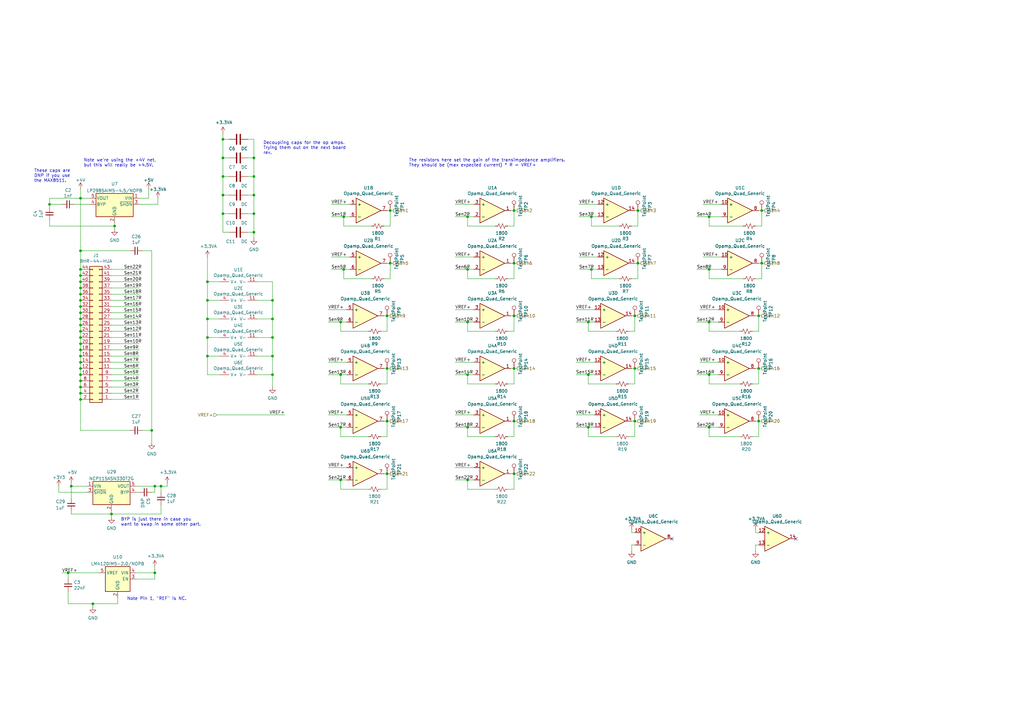
<source format=kicad_sch>
(kicad_sch (version 20211123) (generator eeschema)
  (paper "A3")
  (lib_symbols
    (symbol "Connector:TestPoint" (pin_numbers hide) (pin_names (offset 0.762) hide)
      (property "Reference" "TP" (at 0 6.858 0))
      (property "Value" "TestPoint" (at 0 5.08 0))
      (symbol "TestPoint_1_1"
        (pin passive line (at 0 0 90) (length 2.54) (name "1") (number "1"))
      )
    )
    (symbol "Connector_Generic:Conn_02x22_Odd_Even" (pin_names (offset 1.016) hide)
      (property "Reference" "J" (at 1.27 27.94 0))
      (property "Value" "Conn_02x22_Odd_Even" (at 1.27 -30.48 0))
      (symbol "Conn_02x22_Odd_Even_1_1"
        (pin passive line (at -5.08 25.4 0) (length 3.81) (name "Pin_1") (number "1"))
        (pin passive line (at 7.62 15.24 180) (length 3.81) (name "Pin_10") (number "10"))
        (pin passive line (at -5.08 12.7 0) (length 3.81) (name "Pin_11") (number "11"))
        (pin passive line (at 7.62 12.7 180) (length 3.81) (name "Pin_12") (number "12"))
        (pin passive line (at -5.08 10.16 0) (length 3.81) (name "Pin_13") (number "13"))
        (pin passive line (at 7.62 10.16 180) (length 3.81) (name "Pin_14") (number "14"))
        (pin passive line (at -5.08 7.62 0) (length 3.81) (name "Pin_15") (number "15"))
        (pin passive line (at 7.62 7.62 180) (length 3.81) (name "Pin_16") (number "16"))
        (pin passive line (at -5.08 5.08 0) (length 3.81) (name "Pin_17") (number "17"))
        (pin passive line (at 7.62 5.08 180) (length 3.81) (name "Pin_18") (number "18"))
        (pin passive line (at -5.08 2.54 0) (length 3.81) (name "Pin_19") (number "19"))
        (pin passive line (at 7.62 25.4 180) (length 3.81) (name "Pin_2") (number "2"))
        (pin passive line (at 7.62 2.54 180) (length 3.81) (name "Pin_20") (number "20"))
        (pin passive line (at -5.08 0 0) (length 3.81) (name "Pin_21") (number "21"))
        (pin passive line (at 7.62 0 180) (length 3.81) (name "Pin_22") (number "22"))
        (pin passive line (at -5.08 -2.54 0) (length 3.81) (name "Pin_23") (number "23"))
        (pin passive line (at 7.62 -2.54 180) (length 3.81) (name "Pin_24") (number "24"))
        (pin passive line (at -5.08 -5.08 0) (length 3.81) (name "Pin_25") (number "25"))
        (pin passive line (at 7.62 -5.08 180) (length 3.81) (name "Pin_26") (number "26"))
        (pin passive line (at -5.08 -7.62 0) (length 3.81) (name "Pin_27") (number "27"))
        (pin passive line (at 7.62 -7.62 180) (length 3.81) (name "Pin_28") (number "28"))
        (pin passive line (at -5.08 -10.16 0) (length 3.81) (name "Pin_29") (number "29"))
        (pin passive line (at -5.08 22.86 0) (length 3.81) (name "Pin_3") (number "3"))
        (pin passive line (at 7.62 -10.16 180) (length 3.81) (name "Pin_30") (number "30"))
        (pin passive line (at -5.08 -12.7 0) (length 3.81) (name "Pin_31") (number "31"))
        (pin passive line (at 7.62 -12.7 180) (length 3.81) (name "Pin_32") (number "32"))
        (pin passive line (at -5.08 -15.24 0) (length 3.81) (name "Pin_33") (number "33"))
        (pin passive line (at 7.62 -15.24 180) (length 3.81) (name "Pin_34") (number "34"))
        (pin passive line (at -5.08 -17.78 0) (length 3.81) (name "Pin_35") (number "35"))
        (pin passive line (at 7.62 -17.78 180) (length 3.81) (name "Pin_36") (number "36"))
        (pin passive line (at -5.08 -20.32 0) (length 3.81) (name "Pin_37") (number "37"))
        (pin passive line (at 7.62 -20.32 180) (length 3.81) (name "Pin_38") (number "38"))
        (pin passive line (at -5.08 -22.86 0) (length 3.81) (name "Pin_39") (number "39"))
        (pin passive line (at 7.62 22.86 180) (length 3.81) (name "Pin_4") (number "4"))
        (pin passive line (at 7.62 -22.86 180) (length 3.81) (name "Pin_40") (number "40"))
        (pin passive line (at -5.08 -25.4 0) (length 3.81) (name "Pin_41") (number "41"))
        (pin passive line (at 7.62 -25.4 180) (length 3.81) (name "Pin_42") (number "42"))
        (pin passive line (at -5.08 -27.94 0) (length 3.81) (name "Pin_43") (number "43"))
        (pin passive line (at 7.62 -27.94 180) (length 3.81) (name "Pin_44") (number "44"))
        (pin passive line (at -5.08 20.32 0) (length 3.81) (name "Pin_5") (number "5"))
        (pin passive line (at 7.62 20.32 180) (length 3.81) (name "Pin_6") (number "6"))
        (pin passive line (at -5.08 17.78 0) (length 3.81) (name "Pin_7") (number "7"))
        (pin passive line (at 7.62 17.78 180) (length 3.81) (name "Pin_8") (number "8"))
        (pin passive line (at -5.08 15.24 0) (length 3.81) (name "Pin_9") (number "9"))
      )
    )
    (symbol "Device:C" (pin_numbers hide) (pin_names (offset 0.254))
      (property "Reference" "C" (at 0.635 2.54 0))
      (property "Value" "C" (at 0.635 -2.54 0))
      (symbol "C_1_1"
        (pin passive line (at 0 3.81 270) (length 2.794) (name "~") (number "1"))
        (pin passive line (at 0 -3.81 90) (length 2.794) (name "~") (number "2"))
      )
    )
    (symbol "Device:C_Small" (pin_numbers hide) (pin_names (offset 0.254) hide)
      (property "Reference" "C" (at 0.254 1.778 0))
      (property "Value" "C_Small" (at 0.254 -2.032 0))
      (symbol "C_Small_1_1"
        (pin passive line (at 0 2.54 270) (length 2.032) (name "~") (number "1"))
        (pin passive line (at 0 -2.54 90) (length 2.032) (name "~") (number "2"))
      )
    )
    (symbol "Device:Opamp_Quad"
      (property "Reference" "U" (at 0 5.08 0))
      (property "Value" "Opamp_Quad" (at 0 -5.08 0))
      (symbol "Opamp_Quad_1_1"
        (pin output line (at 7.62 0 180) (length 2.54) (name "~") (number "1"))
        (pin input line (at -7.62 -2.54 0) (length 2.54) (name "-") (number "2"))
        (pin input line (at -7.62 2.54 0) (length 2.54) (name "+") (number "3"))
      )
      (symbol "Opamp_Quad_2_1"
        (pin input line (at -7.62 2.54 0) (length 2.54) (name "+") (number "5"))
        (pin input line (at -7.62 -2.54 0) (length 2.54) (name "-") (number "6"))
        (pin output line (at 7.62 0 180) (length 2.54) (name "~") (number "7"))
      )
      (symbol "Opamp_Quad_3_1"
        (pin input line (at -7.62 2.54 0) (length 2.54) (name "+") (number "10"))
        (pin output line (at 7.62 0 180) (length 2.54) (name "~") (number "8"))
        (pin input line (at -7.62 -2.54 0) (length 2.54) (name "-") (number "9"))
      )
      (symbol "Opamp_Quad_4_1"
        (pin input line (at -7.62 2.54 0) (length 2.54) (name "+") (number "12"))
        (pin input line (at -7.62 -2.54 0) (length 2.54) (name "-") (number "13"))
        (pin output line (at 7.62 0 180) (length 2.54) (name "~") (number "14"))
      )
      (symbol "Opamp_Quad_5_1"
        (pin power_in line (at -2.54 -7.62 90) (length 3.81) (name "V-") (number "11"))
        (pin power_in line (at -2.54 7.62 270) (length 3.81) (name "V+") (number "4"))
      )
    )
    (symbol "Device:R_Small_US" (pin_numbers hide) (pin_names (offset 0.254) hide)
      (property "Reference" "R" (at 0.762 0.508 0))
      (property "Value" "R_Small_US" (at 0.762 -1.016 0))
      (symbol "R_Small_US_1_1"
        (pin passive line (at 0 2.54 270) (length 1.016) (name "~") (number "1"))
        (pin passive line (at 0 -2.54 90) (length 1.016) (name "~") (number "2"))
      )
    )
    (symbol "Reference_Voltage:LM4128"
      (property "Reference" "U" (at -5.08 6.35 0))
      (property "Value" "LM4128" (at 0 6.35 0))
      (symbol "LM4128_1_1"
        (pin no_connect line (at 5.08 0 180) (length 2.54) hide (name "NC") (number "1"))
        (pin power_in line (at 0 -7.62 90) (length 2.54) (name "GND") (number "2"))
        (pin input line (at -7.62 0 0) (length 2.54) (name "EN") (number "3"))
        (pin power_in line (at -7.62 2.54 0) (length 2.54) (name "VIN") (number "4"))
        (pin power_out line (at 7.62 2.54 180) (length 2.54) (name "VREF") (number "5"))
      )
    )
    (symbol "Regulator_Linear:APE8865U5-12-HF-3" (pin_names (offset 0.254))
      (property "Reference" "U" (at -6.35 5.715 0))
      (property "Value" "APE8865U5-12-HF-3" (at -3.175 5.715 0))
      (symbol "APE8865U5-12-HF-3_1_1"
        (pin power_in line (at -10.16 2.54 0) (length 2.54) (name "VIN") (number "1"))
        (pin power_in line (at 0 -7.62 90) (length 2.54) (name "GND") (number "2"))
        (pin input line (at -10.16 0 0) (length 2.54) (name "~{SHDN}") (number "3"))
        (pin input line (at 10.16 0 180) (length 2.54) (name "BYP") (number "4"))
        (pin power_out line (at 10.16 2.54 180) (length 2.54) (name "VOUT") (number "5"))
      )
    )
    (symbol "power:+3.3V" (power) (pin_names (offset 0))
      (property "Value" "+3.3V" (at 0 3.556 0))
      (symbol "+3.3V_1_1"
        (pin power_in line (at 0 0 90) (length 0) hide (name "+3V3") (number "1"))
      )
    )
    (symbol "power:+3.3VA" (power) (pin_names (offset 0))
      (property "Value" "+3.3VA" (at 0 3.556 0))
      (symbol "+3.3VA_1_1"
        (pin power_in line (at 0 0 90) (length 0) hide (name "+3.3VA") (number "1"))
      )
    )
    (symbol "power:+4V" (power) (pin_names (offset 0))
      (property "Value" "+4V" (at 0 3.556 0))
      (symbol "+4V_1_1"
        (pin power_in line (at 0 0 90) (length 0) hide (name "+4V") (number "1"))
      )
    )
    (symbol "power:+5V" (power) (pin_names (offset 0))
      (property "Value" "+5V" (at 0 3.556 0))
      (symbol "+5V_1_1"
        (pin power_in line (at 0 0 90) (length 0) hide (name "+5V") (number "1"))
      )
    )
    (symbol "power:GND" (power) (pin_names (offset 0))
      (property "Value" "GND" (at 0 -3.81 0))
      (symbol "GND_1_1"
        (pin power_in line (at 0 0 270) (length 0) hide (name "GND") (number "1"))
      )
    )
  )
  (junction (at 91.44 87.63))
  (junction (at 33.02 115.57))
  (junction (at 160.02 86.36))
  (junction (at 91.44 80.01))
  (junction (at 260.35 151.13))
  (junction (at 191.77 153.67))
  (junction (at 33.02 146.05))
  (junction (at 33.02 81.28))
  (junction (at 158.75 151.13))
  (junction (at 261.62 107.95))
  (junction (at 242.57 88.9))
  (junction (at 33.02 151.13))
  (junction (at 139.7 132.08))
  (junction (at 27.94 234.95))
  (junction (at 91.44 72.39))
  (junction (at 33.02 130.81))
  (junction (at 290.83 88.9))
  (junction (at 111.76 146.05))
  (junction (at 191.77 132.08))
  (junction (at 139.7 196.85))
  (junction (at 33.02 153.67))
  (junction (at 140.97 88.9))
  (junction (at 210.82 107.95))
  (junction (at 290.83 175.26))
  (junction (at 210.82 129.54))
  (junction (at 210.82 151.13))
  (junction (at 33.02 125.73))
  (junction (at 290.83 110.49))
  (junction (at 33.02 110.49))
  (junction (at 33.02 118.11))
  (junction (at 260.35 172.72))
  (junction (at 45.72 210.82))
  (junction (at 191.77 175.26))
  (junction (at 139.7 175.26))
  (junction (at 290.83 132.08))
  (junction (at 104.14 95.25))
  (junction (at 140.97 110.49))
  (junction (at 33.02 138.43))
  (junction (at 139.7 153.67))
  (junction (at 85.09 130.81))
  (junction (at 241.3 175.26))
  (junction (at 104.14 72.39))
  (junction (at 33.02 156.21))
  (junction (at 191.77 88.9))
  (junction (at 158.75 194.31))
  (junction (at 242.57 110.49))
  (junction (at 158.75 172.72))
  (junction (at 66.04 199.39))
  (junction (at 29.21 199.39))
  (junction (at 111.76 153.67))
  (junction (at 33.02 123.19))
  (junction (at 33.02 161.29))
  (junction (at 85.09 115.57))
  (junction (at 20.32 83.82))
  (junction (at 33.02 140.97))
  (junction (at 191.77 196.85))
  (junction (at 111.76 138.43))
  (junction (at 191.77 110.49))
  (junction (at 91.44 64.77))
  (junction (at 241.3 153.67))
  (junction (at 62.23 176.53))
  (junction (at 33.02 128.27))
  (junction (at 91.44 57.15))
  (junction (at 85.09 123.19))
  (junction (at 311.15 151.13))
  (junction (at 63.5 234.95))
  (junction (at 33.02 120.65))
  (junction (at 85.09 146.05))
  (junction (at 311.15 172.72))
  (junction (at 210.82 172.72))
  (junction (at 261.62 86.36))
  (junction (at 33.02 163.83))
  (junction (at 241.3 132.08))
  (junction (at 104.14 80.01))
  (junction (at 210.82 86.36))
  (junction (at 104.14 87.63))
  (junction (at 33.02 158.75))
  (junction (at 111.76 130.81))
  (junction (at 312.42 107.95))
  (junction (at 111.76 123.19))
  (junction (at 312.42 86.36))
  (junction (at 33.02 148.59))
  (junction (at 33.02 102.87))
  (junction (at 63.5 199.39))
  (junction (at 33.02 135.89))
  (junction (at 290.83 153.67))
  (junction (at 210.82 194.31))
  (junction (at 33.02 113.03))
  (junction (at 104.14 64.77))
  (junction (at 311.15 129.54))
  (junction (at 33.02 133.35))
  (junction (at 38.1 247.65))
  (junction (at 46.99 92.71))
  (junction (at 160.02 107.95))
  (junction (at 85.09 138.43))
  (junction (at 158.75 129.54))
  (junction (at 33.02 143.51))
  (junction (at 260.35 129.54))
  (no_connect (at 275.59 220.98))
  (no_connect (at 326.39 220.98))
  (wire (pts (xy 90.17 123.19) (xy 85.09 123.19)))
  (wire (pts (xy 45.72 120.65) (xy 57.15 120.65)))
  (wire (pts (xy 241.3 132.08) (xy 241.3 135.89)))
  (wire (pts (xy 290.83 175.26) (xy 294.64 175.26)))
  (wire (pts (xy 312.42 107.95) (xy 312.42 114.3)))
  (wire (pts (xy 142.24 153.67) (xy 139.7 153.67)))
  (wire (pts (xy 33.02 123.19) (xy 33.02 120.65)))
  (wire (pts (xy 208.28 179.07) (xy 210.82 179.07)))
  (wire (pts (xy 139.7 196.85) (xy 139.7 200.66)))
  (wire (pts (xy 45.72 210.82) (xy 45.72 209.55)))
  (wire (pts (xy 208.28 114.3) (xy 210.82 114.3)))
  (wire (pts (xy 191.77 114.3) (xy 203.2 114.3)))
  (wire (pts (xy 210.82 86.36) (xy 209.55 86.36)))
  (wire (pts (xy 156.21 157.48) (xy 158.75 157.48)))
  (wire (pts (xy 88.9 170.18) (xy 116.84 170.18)))
  (wire (pts (xy 104.14 57.15) (xy 101.6 57.15)))
  (wire (pts (xy 311.15 157.48) (xy 308.61 157.48)))
  (wire (pts (xy 33.02 102.87) (xy 53.34 102.87)))
  (wire (pts (xy 105.41 115.57) (xy 111.76 115.57)))
  (wire (pts (xy 257.81 157.48) (xy 260.35 157.48)))
  (wire (pts (xy 57.15 138.43) (xy 45.72 138.43)))
  (wire (pts (xy 261.62 107.95) (xy 261.62 114.3)))
  (wire (pts (xy 57.15 123.19) (xy 45.72 123.19)))
  (wire (pts (xy 101.6 72.39) (xy 104.14 72.39)))
  (wire (pts (xy 20.32 81.28) (xy 20.32 83.82)))
  (wire (pts (xy 55.88 201.93) (xy 57.15 201.93)))
  (wire (pts (xy 311.15 129.54) (xy 309.88 129.54)))
  (wire (pts (xy 27.94 237.49) (xy 27.94 234.95)))
  (wire (pts (xy 33.02 81.28) (xy 20.32 81.28)))
  (wire (pts (xy 33.02 153.67) (xy 33.02 151.13)))
  (wire (pts (xy 46.99 93.98) (xy 46.99 92.71)))
  (wire (pts (xy 58.42 176.53) (xy 62.23 176.53)))
  (wire (pts (xy 260.35 157.48) (xy 260.35 151.13)))
  (wire (pts (xy 259.08 218.44) (xy 259.08 217.17)))
  (wire (pts (xy 191.77 88.9) (xy 186.69 88.9)))
  (wire (pts (xy 290.83 157.48) (xy 290.83 153.67)))
  (wire (pts (xy 85.09 153.67) (xy 85.09 146.05)))
  (wire (pts (xy 45.72 156.21) (xy 57.15 156.21)))
  (wire (pts (xy 157.48 114.3) (xy 160.02 114.3)))
  (wire (pts (xy 45.72 163.83) (xy 57.15 163.83)))
  (wire (pts (xy 66.04 201.93) (xy 66.04 199.39)))
  (wire (pts (xy 210.82 107.95) (xy 209.55 107.95)))
  (wire (pts (xy 62.23 201.93) (xy 63.5 201.93)))
  (wire (pts (xy 261.62 114.3) (xy 259.08 114.3)))
  (wire (pts (xy 290.83 175.26) (xy 285.75 175.26)))
  (wire (pts (xy 160.02 114.3) (xy 160.02 107.95)))
  (wire (pts (xy 29.21 199.39) (xy 35.56 199.39)))
  (wire (pts (xy 33.02 81.28) (xy 33.02 102.87)))
  (wire (pts (xy 33.02 120.65) (xy 33.02 118.11)))
  (wire (pts (xy 290.83 153.67) (xy 294.64 153.67)))
  (wire (pts (xy 191.77 200.66) (xy 203.2 200.66)))
  (wire (pts (xy 57.15 83.82) (xy 64.77 83.82)))
  (wire (pts (xy 90.17 146.05) (xy 85.09 146.05)))
  (wire (pts (xy 105.41 153.67) (xy 111.76 153.67)))
  (wire (pts (xy 191.77 92.71) (xy 203.2 92.71)))
  (wire (pts (xy 45.72 125.73) (xy 57.15 125.73)))
  (wire (pts (xy 309.88 218.44) (xy 309.88 217.17)))
  (wire (pts (xy 260.35 179.07) (xy 260.35 172.72)))
  (wire (pts (xy 33.02 161.29) (xy 33.02 163.83)))
  (wire (pts (xy 156.21 179.07) (xy 158.75 179.07)))
  (wire (pts (xy 63.5 201.93) (xy 63.5 199.39)))
  (wire (pts (xy 55.88 199.39) (xy 63.5 199.39)))
  (wire (pts (xy 294.64 127) (xy 287.02 127)))
  (wire (pts (xy 33.02 156.21) (xy 33.02 153.67)))
  (wire (pts (xy 45.72 210.82) (xy 66.04 210.82)))
  (wire (pts (xy 290.83 110.49) (xy 285.75 110.49)))
  (wire (pts (xy 212.09 172.72) (xy 210.82 172.72)))
  (wire (pts (xy 33.02 130.81) (xy 33.02 128.27)))
  (wire (pts (xy 212.09 151.13) (xy 210.82 151.13)))
  (wire (pts (xy 91.44 54.61) (xy 91.44 57.15)))
  (wire (pts (xy 45.72 135.89) (xy 57.15 135.89)))
  (wire (pts (xy 312.42 92.71) (xy 309.88 92.71)))
  (wire (pts (xy 111.76 115.57) (xy 111.76 123.19)))
  (wire (pts (xy 212.09 129.54) (xy 210.82 129.54)))
  (wire (pts (xy 111.76 123.19) (xy 111.76 130.81)))
  (wire (pts (xy 312.42 107.95) (xy 311.15 107.95)))
  (wire (pts (xy 139.7 179.07) (xy 151.13 179.07)))
  (wire (pts (xy 158.75 86.36) (xy 160.02 86.36)))
  (wire (pts (xy 242.57 110.49) (xy 245.11 110.49)))
  (wire (pts (xy 191.77 196.85) (xy 186.69 196.85)))
  (wire (pts (xy 57.15 158.75) (xy 45.72 158.75)))
  (wire (pts (xy 208.28 135.89) (xy 210.82 135.89)))
  (wire (pts (xy 194.31 175.26) (xy 191.77 175.26)))
  (wire (pts (xy 62.23 102.87) (xy 62.23 176.53)))
  (wire (pts (xy 104.14 64.77) (xy 104.14 57.15)))
  (wire (pts (xy 158.75 200.66) (xy 158.75 194.31)))
  (wire (pts (xy 93.98 80.01) (xy 91.44 80.01)))
  (wire (pts (xy 85.09 115.57) (xy 85.09 105.41)))
  (wire (pts (xy 90.17 130.81) (xy 85.09 130.81)))
  (wire (pts (xy 241.3 153.67) (xy 241.3 157.48)))
  (wire (pts (xy 38.1 248.92) (xy 38.1 247.65)))
  (wire (pts (xy 91.44 80.01) (xy 91.44 87.63)))
  (wire (pts (xy 241.3 175.26) (xy 241.3 179.07)))
  (wire (pts (xy 140.97 114.3) (xy 152.4 114.3)))
  (wire (pts (xy 290.83 88.9) (xy 285.75 88.9)))
  (wire (pts (xy 105.41 130.81) (xy 111.76 130.81)))
  (wire (pts (xy 261.62 129.54) (xy 260.35 129.54)))
  (wire (pts (xy 158.75 172.72) (xy 157.48 172.72)))
  (wire (pts (xy 64.77 83.82) (xy 64.77 81.28)))
  (wire (pts (xy 160.02 129.54) (xy 158.75 129.54)))
  (wire (pts (xy 57.15 153.67) (xy 45.72 153.67)))
  (wire (pts (xy 139.7 153.67) (xy 134.62 153.67)))
  (wire (pts (xy 243.84 127) (xy 236.22 127)))
  (wire (pts (xy 139.7 175.26) (xy 134.62 175.26)))
  (wire (pts (xy 312.42 129.54) (xy 311.15 129.54)))
  (wire (pts (xy 260.35 151.13) (xy 259.08 151.13)))
  (wire (pts (xy 58.42 102.87) (xy 62.23 102.87)))
  (wire (pts (xy 91.44 72.39) (xy 91.44 80.01)))
  (wire (pts (xy 158.75 179.07) (xy 158.75 172.72)))
  (wire (pts (xy 91.44 87.63) (xy 91.44 95.25)))
  (wire (pts (xy 260.35 129.54) (xy 259.08 129.54)))
  (wire (pts (xy 33.02 151.13) (xy 33.02 148.59)))
  (wire (pts (xy 311.15 151.13) (xy 309.88 151.13)))
  (wire (pts (xy 191.77 135.89) (xy 203.2 135.89)))
  (wire (pts (xy 312.42 172.72) (xy 311.15 172.72)))
  (wire (pts (xy 259.08 218.44) (xy 260.35 218.44)))
  (wire (pts (xy 245.11 105.41) (xy 237.49 105.41)))
  (wire (pts (xy 68.58 199.39) (xy 68.58 198.12)))
  (wire (pts (xy 290.83 92.71) (xy 290.83 88.9)))
  (wire (pts (xy 260.35 172.72) (xy 259.08 172.72)))
  (wire (pts (xy 45.72 146.05) (xy 57.15 146.05)))
  (wire (pts (xy 262.89 107.95) (xy 261.62 107.95)))
  (wire (pts (xy 191.77 157.48) (xy 203.2 157.48)))
  (wire (pts (xy 45.72 115.57) (xy 57.15 115.57)))
  (wire (pts (xy 105.41 146.05) (xy 111.76 146.05)))
  (wire (pts (xy 85.09 146.05) (xy 85.09 138.43)))
  (wire (pts (xy 241.3 132.08) (xy 236.22 132.08)))
  (wire (pts (xy 257.81 135.89) (xy 260.35 135.89)))
  (wire (pts (xy 29.21 209.55) (xy 29.21 210.82)))
  (wire (pts (xy 242.57 88.9) (xy 242.57 92.71)))
  (wire (pts (xy 312.42 86.36) (xy 311.15 86.36)))
  (wire (pts (xy 46.99 92.71) (xy 46.99 91.44)))
  (wire (pts (xy 194.31 88.9) (xy 191.77 88.9)))
  (wire (pts (xy 33.02 125.73) (xy 33.02 123.19)))
  (wire (pts (xy 309.88 223.52) (xy 309.88 226.06)))
  (wire (pts (xy 304.8 114.3) (xy 290.83 114.3)))
  (wire (pts (xy 191.77 110.49) (xy 191.77 114.3)))
  (wire (pts (xy 57.15 81.28) (xy 60.96 81.28)))
  (wire (pts (xy 33.02 146.05) (xy 33.02 143.51)))
  (wire (pts (xy 241.3 153.67) (xy 236.22 153.67)))
  (wire (pts (xy 33.02 161.29) (xy 33.02 158.75)))
  (wire (pts (xy 139.7 200.66) (xy 151.13 200.66)))
  (wire (pts (xy 303.53 135.89) (xy 290.83 135.89)))
  (wire (pts (xy 194.31 83.82) (xy 186.69 83.82)))
  (wire (pts (xy 210.82 86.36) (xy 210.82 92.71)))
  (wire (pts (xy 312.42 114.3) (xy 309.88 114.3)))
  (wire (pts (xy 45.72 140.97) (xy 57.15 140.97)))
  (wire (pts (xy 57.15 128.27) (xy 45.72 128.27)))
  (wire (pts (xy 91.44 95.25) (xy 93.98 95.25)))
  (wire (pts (xy 290.83 153.67) (xy 285.75 153.67)))
  (wire (pts (xy 101.6 87.63) (xy 104.14 87.63)))
  (wire (pts (xy 45.72 130.81) (xy 57.15 130.81)))
  (wire (pts (xy 139.7 132.08) (xy 139.7 135.89)))
  (wire (pts (xy 139.7 175.26) (xy 139.7 179.07)))
  (wire (pts (xy 27.94 234.95) (xy 25.4 234.95)))
  (wire (pts (xy 158.75 129.54) (xy 157.48 129.54)))
  (wire (pts (xy 304.8 92.71) (xy 290.83 92.71)))
  (wire (pts (xy 85.09 123.19) (xy 85.09 115.57)))
  (wire (pts (xy 139.7 196.85) (xy 134.62 196.85)))
  (wire (pts (xy 101.6 95.25) (xy 104.14 95.25)))
  (wire (pts (xy 212.09 86.36) (xy 210.82 86.36)))
  (wire (pts (xy 111.76 130.81) (xy 111.76 138.43)))
  (wire (pts (xy 33.02 138.43) (xy 33.02 135.89)))
  (wire (pts (xy 194.31 196.85) (xy 191.77 196.85)))
  (wire (pts (xy 212.09 107.95) (xy 210.82 107.95)))
  (wire (pts (xy 140.97 92.71) (xy 140.97 88.9)))
  (wire (pts (xy 90.17 138.43) (xy 85.09 138.43)))
  (wire (pts (xy 111.76 138.43) (xy 111.76 146.05)))
  (wire (pts (xy 210.82 179.07) (xy 210.82 172.72)))
  (wire (pts (xy 24.13 201.93) (xy 35.56 201.93)))
  (wire (pts (xy 63.5 234.95) (xy 63.5 232.41)))
  (wire (pts (xy 33.02 77.47) (xy 33.02 81.28)))
  (wire (pts (xy 259.08 223.52) (xy 259.08 226.06)))
  (wire (pts (xy 290.83 132.08) (xy 294.64 132.08)))
  (wire (pts (xy 243.84 153.67) (xy 241.3 153.67)))
  (wire (pts (xy 20.32 83.82) (xy 20.32 85.09)))
  (wire (pts (xy 158.75 157.48) (xy 158.75 151.13)))
  (wire (pts (xy 142.24 170.18) (xy 134.62 170.18)))
  (wire (pts (xy 241.3 175.26) (xy 236.22 175.26)))
  (wire (pts (xy 139.7 135.89) (xy 151.13 135.89)))
  (wire (pts (xy 48.26 247.65) (xy 48.26 245.11)))
  (wire (pts (xy 85.09 138.43) (xy 85.09 130.81)))
  (wire (pts (xy 104.14 87.63) (xy 104.14 80.01)))
  (wire (pts (xy 241.3 157.48) (xy 252.73 157.48)))
  (wire (pts (xy 303.53 179.07) (xy 290.83 179.07)))
  (wire (pts (xy 139.7 153.67) (xy 139.7 157.48)))
  (wire (pts (xy 57.15 133.35) (xy 45.72 133.35)))
  (wire (pts (xy 210.82 157.48) (xy 210.82 151.13)))
  (wire (pts (xy 160.02 194.31) (xy 158.75 194.31)))
  (wire (pts (xy 160.02 172.72) (xy 158.75 172.72)))
  (wire (pts (xy 63.5 199.39) (xy 66.04 199.39)))
  (wire (pts (xy 311.15 172.72) (xy 309.88 172.72)))
  (wire (pts (xy 311.15 172.72) (xy 311.15 179.07)))
  (wire (pts (xy 105.41 138.43) (xy 111.76 138.43)))
  (wire (pts (xy 158.75 194.31) (xy 157.48 194.31)))
  (wire (pts (xy 63.5 237.49) (xy 55.88 237.49)))
  (wire (pts (xy 208.28 200.66) (xy 210.82 200.66)))
  (wire (pts (xy 57.15 118.11) (xy 45.72 118.11)))
  (wire (pts (xy 313.69 107.95) (xy 312.42 107.95)))
  (wire (pts (xy 104.14 72.39) (xy 104.14 64.77)))
  (wire (pts (xy 45.72 212.09) (xy 45.72 210.82)))
  (wire (pts (xy 111.76 146.05) (xy 111.76 153.67)))
  (wire (pts (xy 139.7 157.48) (xy 151.13 157.48)))
  (wire (pts (xy 210.82 114.3) (xy 210.82 107.95)))
  (wire (pts (xy 101.6 64.77) (xy 104.14 64.77)))
  (wire (pts (xy 33.02 176.53) (xy 53.34 176.53)))
  (wire (pts (xy 160.02 107.95) (xy 158.75 107.95)))
  (wire (pts (xy 245.11 83.82) (xy 237.49 83.82)))
  (wire (pts (xy 261.62 172.72) (xy 260.35 172.72)))
  (wire (pts (xy 142.24 196.85) (xy 139.7 196.85)))
  (wire (pts (xy 210.82 172.72) (xy 209.55 172.72)))
  (wire (pts (xy 194.31 105.41) (xy 186.69 105.41)))
  (wire (pts (xy 85.09 130.81) (xy 85.09 123.19)))
  (wire (pts (xy 142.24 127) (xy 134.62 127)))
  (wire (pts (xy 93.98 72.39) (xy 91.44 72.39)))
  (wire (pts (xy 294.64 170.18) (xy 287.02 170.18)))
  (wire (pts (xy 158.75 151.13) (xy 157.48 151.13)))
  (wire (pts (xy 194.31 153.67) (xy 191.77 153.67)))
  (wire (pts (xy 194.31 148.59) (xy 186.69 148.59)))
  (wire (pts (xy 210.82 200.66) (xy 210.82 194.31)))
  (wire (pts (xy 91.44 57.15) (xy 91.44 64.77)))
  (wire (pts (xy 191.77 88.9) (xy 191.77 92.71)))
  (wire (pts (xy 36.83 81.28) (xy 33.02 81.28)))
  (wire (pts (xy 33.02 176.53) (xy 33.02 163.83)))
  (wire (pts (xy 261.62 86.36) (xy 260.35 86.36)))
  (wire (pts (xy 191.77 175.26) (xy 191.77 179.07)))
  (wire (pts (xy 45.72 151.13) (xy 57.15 151.13)))
  (wire (pts (xy 257.81 179.07) (xy 260.35 179.07)))
  (wire (pts (xy 156.21 135.89) (xy 158.75 135.89)))
  (wire (pts (xy 311.15 129.54) (xy 311.15 135.89)))
  (wire (pts (xy 191.77 179.07) (xy 203.2 179.07)))
  (wire (pts (xy 290.83 179.07) (xy 290.83 175.26)))
  (wire (pts (xy 312.42 86.36) (xy 312.42 92.71)))
  (wire (pts (xy 36.83 83.82) (xy 30.48 83.82)))
  (wire (pts (xy 33.02 110.49) (xy 33.02 102.87)))
  (wire (pts (xy 33.02 140.97) (xy 33.02 138.43)))
  (wire (pts (xy 20.32 90.17) (xy 20.32 92.71)))
  (wire (pts (xy 309.88 223.52) (xy 311.15 223.52)))
  (wire (pts (xy 33.02 143.51) (xy 33.02 140.97)))
  (wire (pts (xy 210.82 135.89) (xy 210.82 129.54)))
  (wire (pts (xy 101.6 80.01) (xy 104.14 80.01)))
  (wire (pts (xy 105.41 123.19) (xy 111.76 123.19)))
  (wire (pts (xy 139.7 132.08) (xy 134.62 132.08)))
  (wire (pts (xy 33.02 115.57) (xy 33.02 113.03)))
  (wire (pts (xy 104.14 80.01) (xy 104.14 72.39)))
  (wire (pts (xy 66.04 199.39) (xy 68.58 199.39)))
  (wire (pts (xy 142.24 132.08) (xy 139.7 132.08)))
  (wire (pts (xy 140.97 110.49) (xy 140.97 114.3)))
  (wire (pts (xy 156.21 200.66) (xy 158.75 200.66)))
  (wire (pts (xy 243.84 148.59) (xy 236.22 148.59)))
  (wire (pts (xy 140.97 110.49) (xy 135.89 110.49)))
  (wire (pts (xy 27.94 247.65) (xy 38.1 247.65)))
  (wire (pts (xy 157.48 92.71) (xy 160.02 92.71)))
  (wire (pts (xy 295.91 83.82) (xy 288.29 83.82)))
  (wire (pts (xy 93.98 87.63) (xy 91.44 87.63)))
  (wire (pts (xy 29.21 210.82) (xy 45.72 210.82)))
  (wire (pts (xy 104.14 95.25) (xy 104.14 87.63)))
  (wire (pts (xy 290.83 88.9) (xy 295.91 88.9)))
  (wire (pts (xy 261.62 92.71) (xy 261.62 86.36)))
  (wire (pts (xy 311.15 135.89) (xy 308.61 135.89)))
  (wire (pts (xy 259.08 92.71) (xy 261.62 92.71)))
  (wire (pts (xy 27.94 242.57) (xy 27.94 247.65)))
  (wire (pts (xy 311.15 179.07) (xy 308.61 179.07)))
  (wire (pts (xy 194.31 127) (xy 186.69 127)))
  (wire (pts (xy 140.97 88.9) (xy 135.89 88.9)))
  (wire (pts (xy 104.14 97.79) (xy 104.14 95.25)))
  (wire (pts (xy 29.21 199.39) (xy 29.21 198.12)))
  (wire (pts (xy 45.72 110.49) (xy 57.15 110.49)))
  (wire (pts (xy 90.17 115.57) (xy 85.09 115.57)))
  (wire (pts (xy 294.64 148.59) (xy 287.02 148.59)))
  (wire (pts (xy 142.24 191.77) (xy 134.62 191.77)))
  (wire (pts (xy 194.31 132.08) (xy 191.77 132.08)))
  (wire (pts (xy 40.64 234.95) (xy 27.94 234.95)))
  (wire (pts (xy 24.13 201.93) (xy 24.13 199.39)))
  (wire (pts (xy 63.5 234.95) (xy 63.5 237.49)))
  (wire (pts (xy 311.15 151.13) (xy 311.15 157.48)))
  (wire (pts (xy 242.57 114.3) (xy 242.57 110.49)))
  (wire (pts (xy 143.51 83.82) (xy 135.89 83.82)))
  (wire (pts (xy 312.42 151.13) (xy 311.15 151.13)))
  (wire (pts (xy 33.02 118.11) (xy 33.02 115.57)))
  (wire (pts (xy 212.09 194.31) (xy 210.82 194.31)))
  (wire (pts (xy 290.83 114.3) (xy 290.83 110.49)))
  (wire (pts (xy 290.83 135.89) (xy 290.83 132.08)))
  (wire (pts (xy 261.62 151.13) (xy 260.35 151.13)))
  (wire (pts (xy 90.17 153.67) (xy 85.09 153.67)))
  (wire (pts (xy 57.15 113.03) (xy 45.72 113.03)))
  (wire (pts (xy 93.98 64.77) (xy 91.44 64.77)))
  (wire (pts (xy 62.23 176.53) (xy 62.23 181.61)))
  (wire (pts (xy 111.76 153.67) (xy 111.76 158.75)))
  (wire (pts (xy 191.77 132.08) (xy 186.69 132.08)))
  (wire (pts (xy 142.24 148.59) (xy 134.62 148.59)))
  (wire (pts (xy 45.72 161.29) (xy 57.15 161.29)))
  (wire (pts (xy 93.98 57.15) (xy 91.44 57.15)))
  (wire (pts (xy 243.84 170.18) (xy 236.22 170.18)))
  (wire (pts (xy 143.51 110.49) (xy 140.97 110.49)))
  (wire (pts (xy 160.02 151.13) (xy 158.75 151.13)))
  (wire (pts (xy 191.77 153.67) (xy 186.69 153.67)))
  (wire (pts (xy 143.51 105.41) (xy 135.89 105.41)))
  (wire (pts (xy 259.08 223.52) (xy 260.35 223.52)))
  (wire (pts (xy 38.1 247.65) (xy 48.26 247.65)))
  (wire (pts (xy 210.82 151.13) (xy 209.55 151.13)))
  (wire (pts (xy 262.89 86.36) (xy 261.62 86.36)))
  (wire (pts (xy 33.02 133.35) (xy 33.02 130.81)))
  (wire (pts (xy 194.31 170.18) (xy 186.69 170.18)))
  (wire (pts (xy 194.31 191.77) (xy 186.69 191.77)))
  (wire (pts (xy 254 114.3) (xy 242.57 114.3)))
  (wire (pts (xy 55.88 234.95) (xy 63.5 234.95)))
  (wire (pts (xy 241.3 179.07) (xy 252.73 179.07)))
  (wire (pts (xy 313.69 86.36) (xy 312.42 86.36)))
  (wire (pts (xy 261.62 107.95) (xy 260.35 107.95)))
  (wire (pts (xy 295.91 105.41) (xy 288.29 105.41)))
  (wire (pts (xy 242.57 110.49) (xy 237.49 110.49)))
  (wire (pts (xy 242.57 88.9) (xy 237.49 88.9)))
  (wire (pts (xy 140.97 88.9) (xy 143.51 88.9)))
  (wire (pts (xy 194.31 110.49) (xy 191.77 110.49)))
  (wire (pts (xy 260.35 135.89) (xy 260.35 129.54)))
  (wire (pts (xy 33.02 158.75) (xy 33.02 156.21)))
  (wire (pts (xy 160.02 86.36) (xy 161.29 86.36)))
  (wire (pts (xy 152.4 92.71) (xy 140.97 92.71)))
  (wire (pts (xy 142.24 175.26) (xy 139.7 175.26)))
  (wire (pts (xy 66.04 207.01) (xy 66.04 210.82)))
  (wire (pts (xy 160.02 92.71) (xy 160.02 86.36)))
  (wire (pts (xy 60.96 81.28) (xy 60.96 77.47)))
  (wire (pts (xy 91.44 64.77) (xy 91.44 72.39)))
  (wire (pts (xy 191.77 153.67) (xy 191.77 157.48)))
  (wire (pts (xy 290.83 110.49) (xy 295.91 110.49)))
  (wire (pts (xy 242.57 92.71) (xy 254 92.71)))
  (wire (pts (xy 243.84 175.26) (xy 241.3 175.26)))
  (wire (pts (xy 20.32 92.71) (xy 46.99 92.71)))
  (wire (pts (xy 243.84 132.08) (xy 241.3 132.08)))
  (wire (pts (xy 161.29 107.95) (xy 160.02 107.95)))
  (wire (pts (xy 210.82 194.31) (xy 209.55 194.31)))
  (wire (pts (xy 191.77 110.49) (xy 186.69 110.49)))
  (wire (pts (xy 33.02 128.27) (xy 33.02 125.73)))
  (wire (pts (xy 191.77 175.26) (xy 186.69 175.26)))
  (wire (pts (xy 57.15 148.59) (xy 45.72 148.59)))
  (wire (pts (xy 208.28 92.71) (xy 210.82 92.71)))
  (wire (pts (xy 158.75 135.89) (xy 158.75 129.54)))
  (wire (pts (xy 210.82 129.54) (xy 209.55 129.54)))
  (wire (pts (xy 245.11 88.9) (xy 242.57 88.9)))
  (wire (pts (xy 33.02 135.89) (xy 33.02 133.35)))
  (wire (pts (xy 29.21 204.47) (xy 29.21 199.39)))
  (wire (pts (xy 33.02 113.03) (xy 33.02 110.49)))
  (wire (pts (xy 57.15 143.51) (xy 45.72 143.51)))
  (wire (pts (xy 303.53 157.48) (xy 290.83 157.48)))
  (wire (pts (xy 191.77 196.85) (xy 191.77 200.66)))
  (wire (pts (xy 33.02 148.59) (xy 33.02 146.05)))
  (wire (pts (xy 20.32 83.82) (xy 25.4 83.82)))
  (wire (pts (xy 191.77 132.08) (xy 191.77 135.89)))
  (wire (pts (xy 290.83 132.08) (xy 285.75 132.08)))
  (wire (pts (xy 241.3 135.89) (xy 252.73 135.89)))
  (wire (pts (xy 208.28 157.48) (xy 210.82 157.48)))
  (wire (pts (xy 309.88 218.44) (xy 311.15 218.44)))
  (text "The resistors here set the gain of the transimpedance amplifiers.\nThey should be (max expected current) * R =~{} VREF+" (at 167.64 68.58 0) (effects (font (size 1.27 1.27)) (justify left bottom)))
  (text "Note Pin 1, \"REF\" is NC." (at 52.07 246.38 0) (effects (font (size 1.27 1.27)) (justify left bottom)))
  (text "Note we're using the +4V net,\nbut this will really be +4.5V." (at 34.29 68.58 0) (effects (font (size 1.27 1.27)) (justify left bottom)))
  (text "These caps are\nDNP if you use\nthe MAX8511." (at 13.97 74.93 0) (effects (font (size 1.27 1.27)) (justify left bottom)))
  (text "Decoupling caps for the op amps.\nTrying them out on the next board\nrev." (at 107.95 63.5 0) (effects (font (size 1.27 1.27)) (justify left bottom)))
  (text "BYP is just there in case you\nwant to swap in some other part." (at 49.53 215.9 0) (effects (font (size 1.27 1.27)) (justify left bottom)))
  (label "VREF+" (at 186.69 191.77 0))
  (label "VREF+" (at 134.62 148.59 0))
  (label "VREF+" (at 116.84 170.18 180))
  (label "VREF+" (at 25.4 234.95 0))
  (label "Sen17R" (at 50.8 123.19 0))
  (label "VREF+" (at 287.02 127 0))
  (label "Sen5R" (at 50.8 153.67 0))
  (label "Sen11R" (at 50.8 138.43 0))
  (label "Sen8R" (at 50.8 146.05 0))
  (label "VREF+" (at 186.69 83.82 0))
  (label "Sen2R" (at 186.69 88.9 0))
  (label "Sen20R" (at 50.8 115.57 0))
  (label "Sen7R" (at 237.49 110.49 0))
  (label "Sen21R" (at 50.8 113.03 0))
  (label "Sen13R" (at 50.8 133.35 0))
  (label "Sen13R" (at 134.62 153.67 0))
  (label "VREF+" (at 236.22 127 0))
  (label "VREF+" (at 237.49 83.82 0))
  (label "Sen20R" (at 285.75 175.26 0))
  (label "Sen8R" (at 285.75 110.49 0))
  (label "VREF+" (at 135.89 83.82 0))
  (label "Sen19R" (at 50.8 118.11 0))
  (label "VREF+" (at 237.49 105.41 0))
  (label "Sen6R" (at 186.69 110.49 0))
  (label "Sen9R" (at 50.8 143.51 0))
  (label "Sen16R" (at 285.75 153.67 0))
  (label "VREF+" (at 135.89 105.41 0))
  (label "Sen2R" (at 50.8 161.29 0))
  (label "VREF+" (at 186.69 148.59 0))
  (label "VREF+" (at 236.22 148.59 0))
  (label "VREF+" (at 287.02 170.18 0))
  (label "VREF+" (at 134.62 191.77 0))
  (label "VREF+" (at 186.69 170.18 0))
  (label "Sen5R" (at 135.89 110.49 0))
  (label "VREF+" (at 287.02 148.59 0))
  (label "VREF+" (at 288.29 83.82 0))
  (label "Sen15R" (at 50.8 128.27 0))
  (label "Sen3R" (at 50.8 158.75 0))
  (label "VREF+" (at 186.69 127 0))
  (label "VREF+" (at 288.29 105.41 0))
  (label "Sen18R" (at 50.8 120.65 0))
  (label "Sen9R" (at 134.62 132.08 0))
  (label "Sen16R" (at 50.8 125.73 0))
  (label "Sen12R" (at 285.75 132.08 0))
  (label "Sen1R" (at 50.8 163.83 0))
  (label "Sen19R" (at 236.22 175.26 0))
  (label "Sen18R" (at 186.69 175.26 0))
  (label "Sen7R" (at 50.8 148.59 0))
  (label "Sen4R" (at 50.8 156.21 0))
  (label "VREF+" (at 134.62 170.18 0))
  (label "Sen6R" (at 50.8 151.13 0))
  (label "VREF+" (at 236.22 170.18 0))
  (label "Sen14R" (at 50.8 130.81 0))
  (label "VREF+" (at 186.69 105.41 0))
  (label "Sen22R" (at 50.8 110.49 0))
  (label "Sen10R" (at 186.69 132.08 0))
  (label "Sen10R" (at 50.8 140.97 0))
  (label "Sen11R" (at 236.22 132.08 0))
  (label "Sen3R" (at 237.49 88.9 0))
  (label "Sen17R" (at 134.62 175.26 0))
  (label "Sen21R" (at 134.62 196.85 0))
  (label "Sen1R" (at 135.89 88.9 0))
  (label "Sen15R" (at 236.22 153.67 0))
  (label "Sen22R" (at 186.69 196.85 0))
  (label "VREF+" (at 134.62 127 0))
  (label "Sen12R" (at 50.8 135.89 0))
  (label "Sen4R" (at 285.75 88.9 0))
  (label "Sen14R" (at 186.69 153.67 0))
  (hierarchical_label "Sen3" (shape output) (at 262.89 86.36 0))
  (hierarchical_label "Sen21" (shape output) (at 160.02 194.31 0))
  (hierarchical_label "Sen7" (shape output) (at 262.89 107.95 0))
  (hierarchical_label "Sen14" (shape output) (at 212.09 151.13 0))
  (hierarchical_label "Sen5" (shape output) (at 161.29 107.95 0))
  (hierarchical_label "Sen1" (shape output) (at 161.29 86.36 0))
  (hierarchical_label "Sen2" (shape output) (at 212.09 86.36 0))
  (hierarchical_label "Sen18" (shape output) (at 212.09 172.72 0))
  (hierarchical_label "Sen17" (shape output) (at 160.02 172.72 0))
  (hierarchical_label "Sen12" (shape output) (at 312.42 129.54 0))
  (hierarchical_label "Sen15" (shape output) (at 261.62 151.13 0))
  (hierarchical_label "VREF+" (shape input) (at 88.9 170.18 180))
  (hierarchical_label "Sen10" (shape output) (at 212.09 129.54 0))
  (hierarchical_label "Sen20" (shape output) (at 312.42 172.72 0))
  (hierarchical_label "Sen16" (shape output) (at 312.42 151.13 0))
  (hierarchical_label "Sen19" (shape output) (at 261.62 172.72 0))
  (hierarchical_label "Sen11" (shape output) (at 261.62 129.54 0))
  (hierarchical_label "Sen6" (shape output) (at 212.09 107.95 0))
  (hierarchical_label "Sen4" (shape output) (at 313.69 86.36 0))
  (hierarchical_label "Sen13" (shape output) (at 160.02 151.13 0))
  (hierarchical_label "Sen22" (shape output) (at 212.09 194.31 0))
  (hierarchical_label "Sen9" (shape output) (at 160.02 129.54 0))
  (hierarchical_label "Sen8" (shape output) (at 313.69 107.95 0))
  (symbol (lib_id "Device:R_Small_US") (at 154.94 92.71 90) (unit 1)
    (property "Reference" "R1" (at 154.94 97.917 90))
    (property "Value" "1800" (at 154.94 95.6056 90))
    (property "Footprint" "Resistor_SMD:R_0805_2012Metric" (effects hide))
  )
  (symbol (lib_id "Device:R_Small_US") (at 205.74 92.71 90) (unit 1)
    (property "Reference" "R2" (at 205.74 97.917 90))
    (property "Value" "1800" (at 205.74 95.6056 90))
    (property "Footprint" "Resistor_SMD:R_0805_2012Metric" (effects hide))
  )
  (symbol (lib_id "Device:R_Small_US") (at 256.54 92.71 90) (unit 1)
    (property "Reference" "R3" (at 256.54 97.917 90))
    (property "Value" "1800" (at 256.54 95.6056 90))
    (property "Footprint" "Resistor_SMD:R_0805_2012Metric" (effects hide))
  )
  (symbol (lib_id "Device:R_Small_US") (at 307.34 92.71 90) (unit 1)
    (property "Reference" "R4" (at 307.34 97.917 90))
    (property "Value" "1800" (at 307.34 95.6056 90))
    (property "Footprint" "Resistor_SMD:R_0805_2012Metric" (effects hide))
  )
  (symbol (lib_id "Device:R_Small_US") (at 154.94 114.3 90) (unit 1)
    (property "Reference" "R5" (at 154.94 119.507 90))
    (property "Value" "1800" (at 154.94 117.1956 90))
    (property "Footprint" "Resistor_SMD:R_0805_2012Metric" (effects hide))
  )
  (symbol (lib_id "Device:R_Small_US") (at 205.74 114.3 90) (unit 1)
    (property "Reference" "R6" (at 205.74 119.507 90))
    (property "Value" "1800" (at 205.74 117.1956 90))
    (property "Footprint" "Resistor_SMD:R_0805_2012Metric" (effects hide))
  )
  (symbol (lib_id "Device:R_Small_US") (at 256.54 114.3 90) (unit 1)
    (property "Reference" "R7" (at 256.54 119.507 90))
    (property "Value" "1800" (at 256.54 117.1956 90))
    (property "Footprint" "Resistor_SMD:R_0805_2012Metric" (effects hide))
  )
  (symbol (lib_id "Device:R_Small_US") (at 307.34 114.3 90) (unit 1)
    (property "Reference" "R8" (at 307.34 119.507 90))
    (property "Value" "1800" (at 307.34 117.1956 90))
    (property "Footprint" "Resistor_SMD:R_0805_2012Metric" (effects hide))
  )
  (symbol (lib_id "Device:R_Small_US") (at 153.67 135.89 90) (unit 1)
    (property "Reference" "R9" (at 153.67 141.097 90))
    (property "Value" "1800" (at 153.67 138.7856 90))
    (property "Footprint" "Resistor_SMD:R_0805_2012Metric" (effects hide))
  )
  (symbol (lib_id "Device:R_Small_US") (at 205.74 135.89 90) (unit 1)
    (property "Reference" "R10" (at 205.74 141.097 90))
    (property "Value" "1800" (at 205.74 138.7856 90))
    (property "Footprint" "Resistor_SMD:R_0805_2012Metric" (effects hide))
  )
  (symbol (lib_id "Device:R_Small_US") (at 255.27 135.89 90) (unit 1)
    (property "Reference" "R11" (at 255.27 141.097 90))
    (property "Value" "1800" (at 255.27 138.7856 90))
    (property "Footprint" "Resistor_SMD:R_0805_2012Metric" (effects hide))
  )
  (symbol (lib_id "Device:R_Small_US") (at 306.07 135.89 90) (unit 1)
    (property "Reference" "R12" (at 306.07 141.097 90))
    (property "Value" "1800" (at 306.07 138.7856 90))
    (property "Footprint" "Resistor_SMD:R_0805_2012Metric" (effects hide))
  )
  (symbol (lib_id "Device:R_Small_US") (at 153.67 157.48 90) (unit 1)
    (property "Reference" "R13" (at 153.67 162.687 90))
    (property "Value" "1800" (at 153.67 160.3756 90))
    (property "Footprint" "Resistor_SMD:R_0805_2012Metric" (effects hide))
  )
  (symbol (lib_id "Device:R_Small_US") (at 205.74 157.48 90) (unit 1)
    (property "Reference" "R14" (at 205.74 162.687 90))
    (property "Value" "1800" (at 205.74 160.3756 90))
    (property "Footprint" "Resistor_SMD:R_0805_2012Metric" (effects hide))
  )
  (symbol (lib_id "Device:R_Small_US") (at 255.27 157.48 90) (unit 1)
    (property "Reference" "R15" (at 255.27 162.687 90))
    (property "Value" "1800" (at 255.27 160.3756 90))
    (property "Footprint" "Resistor_SMD:R_0805_2012Metric" (effects hide))
  )
  (symbol (lib_id "Device:R_Small_US") (at 306.07 157.48 90) (unit 1)
    (property "Reference" "R16" (at 306.07 162.687 90))
    (property "Value" "1800" (at 306.07 160.3756 90))
    (property "Footprint" "Resistor_SMD:R_0805_2012Metric" (effects hide))
  )
  (symbol (lib_id "Device:R_Small_US") (at 153.67 179.07 90) (unit 1)
    (property "Reference" "R17" (at 153.67 184.277 90))
    (property "Value" "1800" (at 153.67 181.9656 90))
    (property "Footprint" "Resistor_SMD:R_0805_2012Metric" (effects hide))
  )
  (symbol (lib_id "Device:R_Small_US") (at 205.74 179.07 90) (unit 1)
    (property "Reference" "R18" (at 205.74 184.277 90))
    (property "Value" "1800" (at 205.74 181.9656 90))
    (property "Footprint" "Resistor_SMD:R_0805_2012Metric" (effects hide))
  )
  (symbol (lib_id "Device:R_Small_US") (at 255.27 179.07 90) (unit 1)
    (property "Reference" "R19" (at 255.27 184.277 90))
    (property "Value" "1800" (at 255.27 181.9656 90))
    (property "Footprint" "Resistor_SMD:R_0805_2012Metric" (effects hide))
  )
  (symbol (lib_id "Device:R_Small_US") (at 306.07 179.07 90) (unit 1)
    (property "Reference" "R20" (at 306.07 184.277 90))
    (property "Value" "1800" (at 306.07 181.9656 90))
    (property "Footprint" "Resistor_SMD:R_0805_2012Metric" (effects hide))
  )
  (symbol (lib_id "Device:R_Small_US") (at 153.67 200.66 90) (unit 1)
    (property "Reference" "R21" (at 153.67 205.867 90))
    (property "Value" "1800" (at 153.67 203.5556 90))
    (property "Footprint" "Resistor_SMD:R_0805_2012Metric" (effects hide))
  )
  (symbol (lib_id "Device:R_Small_US") (at 205.74 200.66 90) (unit 1)
    (property "Reference" "R22" (at 205.74 205.867 90))
    (property "Value" "1800" (at 205.74 203.5556 90))
    (property "Footprint" "Resistor_SMD:R_0805_2012Metric" (effects hide))
  )
  (symbol (lib_id "Connector_Generic:Conn_02x22_Odd_Even") (at 40.64 138.43 180) (unit 1)
    (property "Reference" "J1" (at 39.37 104.775 0))
    (property "Value" "BHR-44-HUA" (at 39.37 107.0864 0))
    (property "Footprint" "Pin_Headers:Pin_Header_Angled_2x22_Pitch2.54mm" (effects hide))
  )
  (symbol (lib_id "Device:C_Small") (at 55.88 102.87 270) (unit 1)
    (property "Reference" "C26" (at 55.88 97.0534 90))
    (property "Value" "1uF" (at 55.88 99.3648 90))
    (property "Footprint" "Capacitor_SMD:C_0805_2012Metric" (effects hide))
  )
  (symbol (lib_id "Device:C_Small") (at 55.88 176.53 270) (unit 1)
    (property "Reference" "C27" (at 55.88 170.7134 90))
    (property "Value" "1uF" (at 55.88 173.0248 90))
    (property "Footprint" "Capacitor_SMD:C_0805_2012Metric" (effects hide))
  )
  (symbol (lib_id "Connector:TestPoint") (at 160.02 86.36 0) (unit 1)
    (property "Reference" "TP1" (at 164.973 84.5312 90))
    (property "Value" "TestPoint" (at 162.6616 84.5312 90))
    (property "Footprint" "TestPoint:TestPoint_Pad_D1.0mm" (effects hide))
  )
  (symbol (lib_id "power:+3.3VA") (at 259.08 217.17 0) (unit 1)
    (property "Reference" "#PWR0137" (effects hide))
    (property "Value" "+3.3VA" (at 259.461 212.7758 0))
  )
  (symbol (lib_id "power:+3.3VA") (at 309.88 217.17 0) (unit 1)
    (property "Reference" "#PWR0140" (effects hide))
    (property "Value" "+3.3VA" (at 310.261 212.7758 0))
  )
  (symbol (lib_id "Device:Opamp_Quad") (at 151.13 86.36 0) (unit 2)
    (property "Reference" "U1" (at 151.13 77.0382 0))
    (property "Value" "Opamp_Quad_Generic" (at 151.13 79.3496 0))
    (property "Footprint" "Package_SO:TSSOP-14_4.4x5mm_P0.65mm" (effects hide))
  )
  (symbol (lib_id "Connector:TestPoint") (at 210.82 86.36 0) (unit 1)
    (property "Reference" "TP2" (at 215.773 84.5312 90))
    (property "Value" "TestPoint" (at 213.4616 84.5312 90))
    (property "Footprint" "TestPoint:TestPoint_Pad_D1.0mm" (effects hide))
  )
  (symbol (lib_id "Device:Opamp_Quad") (at 201.93 86.36 0) (unit 1)
    (property "Reference" "U1" (at 201.93 77.0382 0))
    (property "Value" "Opamp_Quad_Generic" (at 201.93 79.3496 0))
    (property "Footprint" "Package_SO:TSSOP-14_4.4x5mm_P0.65mm" (effects hide))
  )
  (symbol (lib_id "Connector:TestPoint") (at 261.62 86.36 0) (unit 1)
    (property "Reference" "TP3" (at 266.573 84.5312 90))
    (property "Value" "TestPoint" (at 264.2616 84.5312 90))
    (property "Footprint" "TestPoint:TestPoint_Pad_D1.0mm" (effects hide))
  )
  (symbol (lib_id "Device:Opamp_Quad") (at 303.53 86.36 0) (unit 3)
    (property "Reference" "U1" (at 303.53 77.0382 0))
    (property "Value" "Opamp_Quad_Generic" (at 303.53 79.3496 0))
    (property "Footprint" "Package_SO:TSSOP-14_4.4x5mm_P0.65mm" (effects hide))
  )
  (symbol (lib_id "Connector:TestPoint") (at 312.42 86.36 0) (unit 1)
    (property "Reference" "TP4" (at 317.373 84.5312 90))
    (property "Value" "TestPoint" (at 315.0616 84.5312 90))
    (property "Footprint" "TestPoint:TestPoint_Pad_D1.0mm" (effects hide))
  )
  (symbol (lib_id "Device:Opamp_Quad") (at 252.73 86.36 0) (unit 4)
    (property "Reference" "U1" (at 252.73 77.0382 0))
    (property "Value" "Opamp_Quad_Generic" (at 252.73 79.3496 0))
    (property "Footprint" "Package_SO:TSSOP-14_4.4x5mm_P0.65mm" (effects hide))
  )
  (symbol (lib_id "Connector:TestPoint") (at 160.02 107.95 0) (unit 1)
    (property "Reference" "TP5" (at 164.973 106.1212 90))
    (property "Value" "TestPoint" (at 162.6616 106.1212 90))
    (property "Footprint" "TestPoint:TestPoint_Pad_D1.0mm" (effects hide))
  )
  (symbol (lib_id "Device:Opamp_Quad") (at 151.13 107.95 0) (unit 2)
    (property "Reference" "U2" (at 151.13 98.6282 0))
    (property "Value" "Opamp_Quad_Generic" (at 151.13 100.9396 0))
    (property "Footprint" "Package_SO:TSSOP-14_4.4x5mm_P0.65mm" (effects hide))
  )
  (symbol (lib_id "Connector:TestPoint") (at 210.82 107.95 0) (unit 1)
    (property "Reference" "TP6" (at 215.773 106.1212 90))
    (property "Value" "TestPoint" (at 213.4616 106.1212 90))
    (property "Footprint" "TestPoint:TestPoint_Pad_D1.0mm" (effects hide))
  )
  (symbol (lib_id "Device:Opamp_Quad") (at 201.93 107.95 0) (unit 1)
    (property "Reference" "U2" (at 201.93 98.6282 0))
    (property "Value" "Opamp_Quad_Generic" (at 201.93 100.9396 0))
    (property "Footprint" "Package_SO:TSSOP-14_4.4x5mm_P0.65mm" (effects hide))
  )
  (symbol (lib_id "Connector:TestPoint") (at 261.62 107.95 0) (unit 1)
    (property "Reference" "TP7" (at 266.573 106.1212 90))
    (property "Value" "TestPoint" (at 264.2616 106.1212 90))
    (property "Footprint" "TestPoint:TestPoint_Pad_D1.0mm" (effects hide))
  )
  (symbol (lib_id "Device:Opamp_Quad") (at 303.53 107.95 0) (unit 3)
    (property "Reference" "U2" (at 303.53 98.6282 0))
    (property "Value" "Opamp_Quad_Generic" (at 303.53 100.9396 0))
    (property "Footprint" "Package_SO:TSSOP-14_4.4x5mm_P0.65mm" (effects hide))
  )
  (symbol (lib_id "Connector:TestPoint") (at 312.42 107.95 0) (unit 1)
    (property "Reference" "TP8" (at 317.373 106.1212 90))
    (property "Value" "TestPoint" (at 315.0616 106.1212 90))
    (property "Footprint" "TestPoint:TestPoint_Pad_D1.0mm" (effects hide))
  )
  (symbol (lib_id "Device:Opamp_Quad") (at 252.73 107.95 0) (unit 4)
    (property "Reference" "U2" (at 252.73 98.6282 0))
    (property "Value" "Opamp_Quad_Generic" (at 252.73 100.9396 0))
    (property "Footprint" "Package_SO:TSSOP-14_4.4x5mm_P0.65mm" (effects hide))
  )
  (symbol (lib_id "Connector:TestPoint") (at 158.75 129.54 0) (unit 1)
    (property "Reference" "TP9" (at 163.703 127.7112 90))
    (property "Value" "TestPoint" (at 161.3916 127.7112 90))
    (property "Footprint" "TestPoint:TestPoint_Pad_D1.0mm" (effects hide))
  )
  (symbol (lib_id "Device:Opamp_Quad") (at 149.86 129.54 0) (unit 2)
    (property "Reference" "U3" (at 149.86 120.2182 0))
    (property "Value" "Opamp_Quad_Generic" (at 149.86 122.5296 0))
    (property "Footprint" "Package_SO:TSSOP-14_4.4x5mm_P0.65mm" (effects hide))
  )
  (symbol (lib_id "Connector:TestPoint") (at 210.82 129.54 0) (unit 1)
    (property "Reference" "TP10" (at 215.773 127.7112 90))
    (property "Value" "TestPoint" (at 213.4616 127.7112 90))
    (property "Footprint" "TestPoint:TestPoint_Pad_D1.0mm" (effects hide))
  )
  (symbol (lib_id "Device:Opamp_Quad") (at 201.93 129.54 0) (unit 1)
    (property "Reference" "U3" (at 201.93 120.2182 0))
    (property "Value" "Opamp_Quad_Generic" (at 201.93 122.5296 0))
    (property "Footprint" "Package_SO:TSSOP-14_4.4x5mm_P0.65mm" (effects hide))
  )
  (symbol (lib_id "Connector:TestPoint") (at 260.35 129.54 0) (unit 1)
    (property "Reference" "TP11" (at 265.303 127.7112 90))
    (property "Value" "TestPoint" (at 262.9916 127.7112 90))
    (property "Footprint" "TestPoint:TestPoint_Pad_D1.0mm" (effects hide))
  )
  (symbol (lib_id "Device:Opamp_Quad") (at 302.26 129.54 0) (unit 3)
    (property "Reference" "U3" (at 302.26 120.2182 0))
    (property "Value" "Opamp_Quad_Generic" (at 302.26 122.5296 0))
    (property "Footprint" "Package_SO:TSSOP-14_4.4x5mm_P0.65mm" (effects hide))
  )
  (symbol (lib_id "Connector:TestPoint") (at 311.15 129.54 0) (unit 1)
    (property "Reference" "TP12" (at 316.103 127.7112 90))
    (property "Value" "TestPoint" (at 313.7916 127.7112 90))
    (property "Footprint" "TestPoint:TestPoint_Pad_D1.0mm" (effects hide))
  )
  (symbol (lib_id "Device:Opamp_Quad") (at 251.46 129.54 0) (unit 4)
    (property "Reference" "U3" (at 251.46 120.2182 0))
    (property "Value" "Opamp_Quad_Generic" (at 251.46 122.5296 0))
    (property "Footprint" "Package_SO:TSSOP-14_4.4x5mm_P0.65mm" (effects hide))
  )
  (symbol (lib_id "Connector:TestPoint") (at 158.75 151.13 0) (unit 1)
    (property "Reference" "TP13" (at 163.703 149.3012 90))
    (property "Value" "TestPoint" (at 161.3916 149.3012 90))
    (property "Footprint" "TestPoint:TestPoint_Pad_D1.0mm" (effects hide))
  )
  (symbol (lib_id "Device:Opamp_Quad") (at 149.86 151.13 0) (unit 2)
    (property "Reference" "U4" (at 149.86 141.8082 0))
    (property "Value" "Opamp_Quad_Generic" (at 149.86 144.1196 0))
    (property "Footprint" "Package_SO:TSSOP-14_4.4x5mm_P0.65mm" (effects hide))
  )
  (symbol (lib_id "Connector:TestPoint") (at 210.82 151.13 0) (unit 1)
    (property "Reference" "TP14" (at 215.773 149.3012 90))
    (property "Value" "TestPoint" (at 213.4616 149.3012 90))
    (property "Footprint" "TestPoint:TestPoint_Pad_D1.0mm" (effects hide))
  )
  (symbol (lib_id "Device:Opamp_Quad") (at 201.93 151.13 0) (unit 1)
    (property "Reference" "U4" (at 201.93 141.8082 0))
    (property "Value" "Opamp_Quad_Generic" (at 201.93 144.1196 0))
    (property "Footprint" "Package_SO:TSSOP-14_4.4x5mm_P0.65mm" (effects hide))
  )
  (symbol (lib_id "Connector:TestPoint") (at 260.35 151.13 0) (unit 1)
    (property "Reference" "TP15" (at 265.303 149.3012 90))
    (property "Value" "TestPoint" (at 262.9916 149.3012 90))
    (property "Footprint" "TestPoint:TestPoint_Pad_D1.0mm" (effects hide))
  )
  (symbol (lib_id "Device:Opamp_Quad") (at 302.26 151.13 0) (unit 3)
    (property "Reference" "U4" (at 302.26 141.8082 0))
    (property "Value" "Opamp_Quad_Generic" (at 302.26 144.1196 0))
    (property "Footprint" "Package_SO:TSSOP-14_4.4x5mm_P0.65mm" (effects hide))
  )
  (symbol (lib_id "Connector:TestPoint") (at 311.15 151.13 0) (unit 1)
    (property "Reference" "TP16" (at 316.103 149.3012 90))
    (property "Value" "TestPoint" (at 313.7916 149.3012 90))
    (property "Footprint" "TestPoint:TestPoint_Pad_D1.0mm" (effects hide))
  )
  (symbol (lib_id "Device:Opamp_Quad") (at 251.46 151.13 0) (unit 4)
    (property "Reference" "U4" (at 251.46 141.8082 0))
    (property "Value" "Opamp_Quad_Generic" (at 251.46 144.1196 0))
    (property "Footprint" "Package_SO:TSSOP-14_4.4x5mm_P0.65mm" (effects hide))
  )
  (symbol (lib_id "Connector:TestPoint") (at 158.75 172.72 0) (unit 1)
    (property "Reference" "TP17" (at 163.703 170.8912 90))
    (property "Value" "TestPoint" (at 161.3916 170.8912 90))
    (property "Footprint" "TestPoint:TestPoint_Pad_D1.0mm" (effects hide))
  )
  (symbol (lib_id "Device:Opamp_Quad") (at 149.86 172.72 0) (unit 2)
    (property "Reference" "U5" (at 149.86 163.3982 0))
    (property "Value" "Opamp_Quad_Generic" (at 149.86 165.7096 0))
    (property "Footprint" "Package_SO:TSSOP-14_4.4x5mm_P0.65mm" (effects hide))
  )
  (symbol (lib_id "Connector:TestPoint") (at 210.82 172.72 0) (unit 1)
    (property "Reference" "TP18" (at 215.773 170.8912 90))
    (property "Value" "TestPoint" (at 213.4616 170.8912 90))
    (property "Footprint" "TestPoint:TestPoint_Pad_D1.0mm" (effects hide))
  )
  (symbol (lib_id "Device:Opamp_Quad") (at 201.93 172.72 0) (unit 1)
    (property "Reference" "U5" (at 201.93 163.3982 0))
    (property "Value" "Opamp_Quad_Generic" (at 201.93 165.7096 0))
    (property "Footprint" "Package_SO:TSSOP-14_4.4x5mm_P0.65mm" (effects hide))
  )
  (symbol (lib_id "Connector:TestPoint") (at 260.35 172.72 0) (unit 1)
    (property "Reference" "TP19" (at 265.303 170.8912 90))
    (property "Value" "TestPoint" (at 262.9916 170.8912 90))
    (property "Footprint" "TestPoint:TestPoint_Pad_D1.0mm" (effects hide))
  )
  (symbol (lib_id "Device:Opamp_Quad") (at 302.26 172.72 0) (unit 3)
    (property "Reference" "U5" (at 302.26 163.3982 0))
    (property "Value" "Opamp_Quad_Generic" (at 302.26 165.7096 0))
    (property "Footprint" "Package_SO:TSSOP-14_4.4x5mm_P0.65mm" (effects hide))
  )
  (symbol (lib_id "Connector:TestPoint") (at 311.15 172.72 0) (unit 1)
    (property "Reference" "TP20" (at 316.103 170.8912 90))
    (property "Value" "TestPoint" (at 313.7916 170.8912 90))
    (property "Footprint" "TestPoint:TestPoint_Pad_D1.0mm" (effects hide))
  )
  (symbol (lib_id "Device:Opamp_Quad") (at 251.46 172.72 0) (unit 4)
    (property "Reference" "U5" (at 251.46 163.3982 0))
    (property "Value" "Opamp_Quad_Generic" (at 251.46 165.7096 0))
    (property "Footprint" "Package_SO:TSSOP-14_4.4x5mm_P0.65mm" (effects hide))
  )
  (symbol (lib_id "Connector:TestPoint") (at 158.75 194.31 0) (unit 1)
    (property "Reference" "TP21" (at 163.703 192.4812 90))
    (property "Value" "TestPoint" (at 161.3916 192.4812 90))
    (property "Footprint" "TestPoint:TestPoint_Pad_D1.0mm" (effects hide))
  )
  (symbol (lib_id "Device:Opamp_Quad") (at 149.86 194.31 0) (unit 2)
    (property "Reference" "U6" (at 149.86 184.9882 0))
    (property "Value" "Opamp_Quad_Generic" (at 149.86 187.2996 0))
    (property "Footprint" "Package_SO:TSSOP-14_4.4x5mm_P0.65mm" (effects hide))
  )
  (symbol (lib_id "Connector:TestPoint") (at 210.82 194.31 0) (unit 1)
    (property "Reference" "TP22" (at 215.773 192.4812 90))
    (property "Value" "TestPoint" (at 213.4616 192.4812 90))
    (property "Footprint" "TestPoint:TestPoint_Pad_D1.0mm" (effects hide))
  )
  (symbol (lib_id "Device:Opamp_Quad") (at 201.93 194.31 0) (unit 1)
    (property "Reference" "U6" (at 201.93 184.9882 0))
    (property "Value" "Opamp_Quad_Generic" (at 201.93 187.2996 0))
    (property "Footprint" "Package_SO:TSSOP-14_4.4x5mm_P0.65mm" (effects hide))
  )
  (symbol (lib_id "Device:Opamp_Quad") (at 267.97 220.98 0) (unit 3)
    (property "Reference" "U6" (at 267.97 211.6582 0))
    (property "Value" "Opamp_Quad_Generic" (at 267.97 213.9696 0))
    (property "Footprint" "Package_SO:TSSOP-14_4.4x5mm_P0.65mm" (effects hide))
  )
  (symbol (lib_id "Device:Opamp_Quad") (at 318.77 220.98 0) (unit 4)
    (property "Reference" "U6" (at 318.77 211.6582 0))
    (property "Value" "Opamp_Quad_Generic" (at 318.77 213.9696 0))
    (property "Footprint" "Package_SO:TSSOP-14_4.4x5mm_P0.65mm" (effects hide))
  )
  (symbol (lib_id "Device:Opamp_Quad") (at 97.79 113.03 90) (unit 5)
    (property "Reference" "U1" (at 97.79 110.617 90))
    (property "Value" "Opamp_Quad_Generic" (at 97.79 112.9284 90))
    (property "Footprint" "Package_SO:TSSOP-14_4.4x5mm_P0.65mm" (effects hide))
  )
  (symbol (lib_id "Device:Opamp_Quad") (at 97.79 120.65 90) (unit 5)
    (property "Reference" "U2" (at 97.79 118.237 90))
    (property "Value" "Opamp_Quad_Generic" (at 97.79 120.5484 90))
    (property "Footprint" "Package_SO:TSSOP-14_4.4x5mm_P0.65mm" (effects hide))
  )
  (symbol (lib_id "Device:Opamp_Quad") (at 97.79 128.27 90) (unit 5)
    (property "Reference" "U3" (at 97.79 125.857 90))
    (property "Value" "Opamp_Quad_Generic" (at 97.79 128.1684 90))
    (property "Footprint" "Package_SO:TSSOP-14_4.4x5mm_P0.65mm" (effects hide))
  )
  (symbol (lib_id "Device:Opamp_Quad") (at 97.79 135.89 90) (unit 5)
    (property "Reference" "U4" (at 97.79 133.477 90))
    (property "Value" "Opamp_Quad_Generic" (at 97.79 135.7884 90))
    (property "Footprint" "Package_SO:TSSOP-14_4.4x5mm_P0.65mm" (effects hide))
  )
  (symbol (lib_id "Device:Opamp_Quad") (at 97.79 143.51 90) (unit 5)
    (property "Reference" "U5" (at 97.79 141.097 90))
    (property "Value" "Opamp_Quad_Generic" (at 97.79 143.4084 90))
    (property "Footprint" "Package_SO:TSSOP-14_4.4x5mm_P0.65mm" (effects hide))
  )
  (symbol (lib_id "Device:Opamp_Quad") (at 97.79 151.13 90) (unit 5)
    (property "Reference" "U6" (at 97.79 148.717 90))
    (property "Value" "Opamp_Quad_Generic" (at 97.79 151.0284 90))
    (property "Footprint" "Package_SO:TSSOP-14_4.4x5mm_P0.65mm" (effects hide))
  )
  (symbol (lib_id "power:+3.3VA") (at 85.09 105.41 0) (unit 1)
    (property "Reference" "#PWR0142" (effects hide))
    (property "Value" "+3.3VA" (at 85.471 101.0158 0))
  )
  (symbol (lib_id "power:+3.3VA") (at 68.58 198.12 0) (unit 1)
    (property "Reference" "#PWR0131" (effects hide))
    (property "Value" "+3.3VA" (at 68.961 193.7258 0))
  )
  (symbol (lib_id "power:+5V") (at 29.21 198.12 0) (unit 1)
    (property "Reference" "#PWR0132" (effects hide))
    (property "Value" "+5V" (at 29.591 193.7258 0))
  )
  (symbol (lib_id "Device:C_Small") (at 29.21 207.01 0) (unit 1)
    (property "Reference" "C29" (at 22.86 205.74 0) (effects (justify left)))
    (property "Value" "1uF" (at 22.86 208.28 0) (effects (justify left)))
    (property "Footprint" "Capacitor_SMD:C_0805_2012Metric" (effects hide))
  )
  (symbol (lib_id "Device:C_Small") (at 66.04 204.47 0) (unit 1)
    (property "Reference" "C28" (at 68.3768 203.3016 0) (effects (justify left)))
    (property "Value" "1uF" (at 68.3768 205.613 0) (effects (justify left)))
    (property "Footprint" "Capacitor_SMD:C_0805_2012Metric" (effects hide))
  )
  (symbol (lib_id "Device:C_Small") (at 27.94 240.03 0) (unit 1)
    (property "Reference" "C3" (at 30.2768 238.8616 0) (effects (justify left)))
    (property "Value" "22nF" (at 30.2768 241.173 0) (effects (justify left)))
    (property "Footprint" "Capacitor_SMD:C_0805_2012Metric" (effects hide))
  )
  (symbol (lib_id "power:+3.3VA") (at 63.5 232.41 0) (unit 1)
    (property "Reference" "#PWR0127" (effects hide))
    (property "Value" "+3.3VA" (at 63.881 228.0158 0))
  )
  (symbol (lib_id "Device:C_Small") (at 27.94 83.82 270) (unit 1)
    (property "Reference" "C2" (at 27.94 78.0034 90))
    (property "Value" "1nF" (at 27.94 80.3148 90))
    (property "Footprint" "Capacitor_SMD:C_0805_2012Metric" (effects hide))
  )
  (symbol (lib_id "power:GND") (at 45.72 212.09 0) (unit 1)
    (property "Reference" "#PWR0139" (effects hide))
    (property "Value" "GND" (at 45.72 216.6525 0))
  )
  (symbol (lib_id "power:GND") (at 62.23 181.61 0) (unit 1)
    (property "Reference" "#PWR0134" (effects hide))
    (property "Value" "GND" (at 62.23 186.1725 0))
  )
  (symbol (lib_id "Device:C") (at 97.79 80.01 90) (unit 1)
    (property "Reference" "C9" (at 96.52 83.82 90) (effects (justify left)))
    (property "Value" "DC" (at 101.6 83.82 90) (effects (justify left)))
    (property "Footprint" "Capacitor_SMD:C_0805_2012Metric" (effects hide))
  )
  (symbol (lib_id "power:GND") (at 259.08 226.06 0) (unit 1)
    (property "Reference" "#PWR0138" (effects hide))
    (property "Value" "GND" (at 259.08 230.6225 0))
  )
  (symbol (lib_id "power:+5V") (at 60.96 77.47 0) (unit 1)
    (property "Reference" "#PWR0130" (effects hide))
    (property "Value" "+5V" (at 60.96 73.8655 0))
  )
  (symbol (lib_id "Device:C") (at 97.79 64.77 90) (unit 1)
    (property "Reference" "C7" (at 96.52 68.58 90) (effects (justify left)))
    (property "Value" "DC" (at 101.6 68.58 90) (effects (justify left)))
    (property "Footprint" "Capacitor_SMD:C_0805_2012Metric" (effects hide))
  )
  (symbol (lib_id "power:+3.3V") (at 24.13 199.39 0) (unit 1)
    (property "Reference" "#PWR0123" (effects hide))
    (property "Value" "+3.3V" (at 24.13 195.7855 0))
  )
  (symbol (lib_id "power:GND") (at 104.14 97.79 0) (unit 1)
    (property "Reference" "#PWR0151" (effects hide))
    (property "Value" "GND" (at 104.14 102.3525 0))
  )
  (symbol (lib_id "power:+4V") (at 33.02 77.47 0) (unit 1)
    (property "Reference" "#PWR0150" (effects hide))
    (property "Value" "+4V" (at 33.02 73.8655 0))
  )
  (symbol (lib_id "power:GND") (at 111.76 158.75 0) (unit 1)
    (property "Reference" "#PWR0125" (effects hide))
    (property "Value" "GND" (at 111.76 163.3125 0))
  )
  (symbol (lib_id "Device:C") (at 97.79 72.39 90) (unit 1)
    (property "Reference" "C8" (at 96.52 76.2 90) (effects (justify left)))
    (property "Value" "DC" (at 101.6 76.2 90) (effects (justify left)))
    (property "Footprint" "Capacitor_SMD:C_0805_2012Metric" (effects hide))
  )
  (symbol (lib_id "Reference_Voltage:LM4128") (at 48.26 237.49 0) (mirror y) (unit 1)
    (property "Reference" "U10" (at 48.26 228.4435 0))
    (property "Value" "LM4120IM5-2.0/NOPB" (at 48.26 231.2186 0))
    (property "Footprint" "Package_TO_SOT_SMD:SOT-23-5" (effects hide))
    (property "Datasheet" "https://www.ti.com/lit/ds/symlink/lm4120.pdf" (effects hide))
  )
  (symbol (lib_id "Device:C_Small") (at 20.32 87.63 0) (unit 1)
    (property "Reference" "C4" (at 14.5034 87.63 90))
    (property "Value" "1uF" (at 16.8148 87.63 90))
    (property "Footprint" "Capacitor_SMD:C_0805_2012Metric" (effects hide))
  )
  (symbol (lib_id "Regulator_Linear:APE8865U5-12-HF-3") (at 46.99 83.82 0) (mirror y) (unit 1)
    (property "Reference" "U7" (at 46.99 75.4085 0))
    (property "Value" "LP2985AIM5-4.5/NOPB" (at 46.99 78.1836 0))
    (property "Footprint" "Package_TO_SOT_SMD:SOT-23-5" (effects hide))
    (property "Datasheet" "https://www.ti.com/lit/ds/symlink/lp2985-n.pdf" (effects hide))
  )
  (symbol (lib_id "Regulator_Linear:APE8865U5-12-HF-3") (at 45.72 201.93 0) (unit 1)
    (property "Reference" "U29" (at 45.72 193.5185 0))
    (property "Value" "NCP115ASN330T2G" (at 45.72 196.2936 0))
    (property "Footprint" "Package_TO_SOT_SMD:SOT-23-5" (effects hide))
    (property "Datasheet" "https://www.mouser.com/datasheet/2/308/1/NCP115_D-2316977.pdf" (effects hide))
  )
  (symbol (lib_id "power:GND") (at 38.1 248.92 0) (unit 1)
    (property "Reference" "#PWR0126" (effects hide))
    (property "Value" "GND" (at 38.1 253.4825 0))
  )
  (symbol (lib_id "Device:C") (at 97.79 57.15 90) (unit 1)
    (property "Reference" "C6" (at 96.52 60.96 90) (effects (justify left)))
    (property "Value" "DC" (at 101.6 60.96 90) (effects (justify left)))
    (property "Footprint" "Capacitor_SMD:C_0805_2012Metric" (effects hide))
  )
  (symbol (lib_id "power:+3.3VA") (at 91.44 54.61 0) (unit 1)
    (property "Reference" "#PWR0152" (effects hide))
    (property "Value" "+3.3VA" (at 91.821 50.2158 0))
  )
  (symbol (lib_id "Device:C") (at 97.79 87.63 90) (unit 1)
    (property "Reference" "C10" (at 96.52 91.44 90) (effects (justify left)))
    (property "Value" "DC" (at 101.6 91.44 90) (effects (justify left)))
    (property "Footprint" "Capacitor_SMD:C_0805_2012Metric" (effects hide))
  )
  (symbol (lib_id "Device:C_Small") (at 59.69 201.93 270) (unit 1)
    (property "Reference" "C5" (at 60.8584 204.2668 0) (effects (justify left)))
    (property "Value" "DNP" (at 58.547 204.2668 0) (effects (justify left)))
    (property "Footprint" "Capacitor_SMD:C_0805_2012Metric" (effects hide))
  )
  (symbol (lib_id "power:GND") (at 46.99 93.98 0) (unit 1)
    (property "Reference" "#PWR0146" (effects hide))
    (property "Value" "GND" (at 46.99 98.5425 0))
  )
  (symbol (lib_id "power:GND") (at 309.88 226.06 0) (unit 1)
    (property "Reference" "#PWR0136" (effects hide))
    (property "Value" "GND" (at 309.88 230.6225 0))
  )
  (symbol (lib_id "power:+3.3VA") (at 64.77 81.28 0) (unit 1)
    (property "Reference" "#PWR0145" (effects hide))
    (property "Value" "+3.3VA" (at 64.77 77.6755 0))
  )
  (symbol (lib_id "Device:C") (at 97.79 95.25 90) (unit 1)
    (property "Reference" "C11" (at 96.52 99.06 90) (effects (justify left)))
    (property "Value" "DC" (at 101.6 99.06 90) (effects (justify left)))
    (property "Footprint" "Capacitor_SMD:C_0805_2012Metric" (effects hide))
  )
)
</source>
